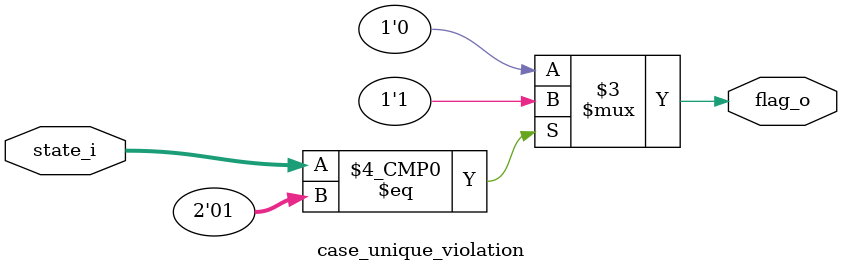
<source format=sv>
module case_unique_violation (
  input logic [1:0] state_i,
  output logic flag_o
);

always_comb begin
  case (state_i)
    2'd0: flag_o = 1'b0;
    2'd1: flag_o = 1'b1;
    default: flag_o = 1'b0;
  endcase
end

endmodule

</source>
